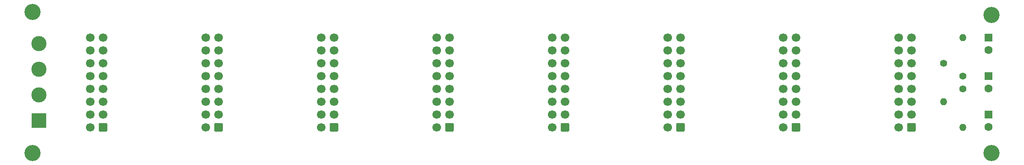
<source format=gbr>
%TF.GenerationSoftware,KiCad,Pcbnew,(5.1.10)-1*%
%TF.CreationDate,2021-11-14T10:27:28-05:00*%
%TF.ProjectId,Distribution Board,44697374-7269-4627-9574-696f6e20426f,rev?*%
%TF.SameCoordinates,Original*%
%TF.FileFunction,Soldermask,Top*%
%TF.FilePolarity,Negative*%
%FSLAX46Y46*%
G04 Gerber Fmt 4.6, Leading zero omitted, Abs format (unit mm)*
G04 Created by KiCad (PCBNEW (5.1.10)-1) date 2021-11-14 10:27:28*
%MOMM*%
%LPD*%
G01*
G04 APERTURE LIST*
%ADD10C,3.200000*%
%ADD11R,1.600000X1.600000*%
%ADD12C,1.600000*%
%ADD13C,3.000000*%
%ADD14R,3.000000X3.000000*%
%ADD15C,1.700000*%
%ADD16C,1.400000*%
%ADD17O,1.400000X1.400000*%
G04 APERTURE END LIST*
D10*
%TO.C,REF\u002A\u002A*%
X245745000Y-81280000D03*
%TD*%
%TO.C,REF\u002A\u002A*%
X245745000Y-53975000D03*
%TD*%
%TO.C,REF\u002A\u002A*%
X55880000Y-53340000D03*
%TD*%
%TO.C,REF\u002A\u002A*%
X55880000Y-81280000D03*
%TD*%
D11*
%TO.C,C1*%
X245110000Y-73660000D03*
D12*
X245110000Y-76160000D03*
%TD*%
D11*
%TO.C,C2*%
X245110000Y-66040000D03*
D12*
X245110000Y-68540000D03*
%TD*%
%TO.C,C3*%
X245110000Y-60920000D03*
D11*
X245110000Y-58420000D03*
%TD*%
D13*
%TO.C,J1*%
X57150000Y-69809360D03*
X57150000Y-64729360D03*
D14*
X57150000Y-74889360D03*
D13*
X57150000Y-59649360D03*
%TD*%
%TO.C,J2*%
G36*
G01*
X70700000Y-75600000D02*
X70700000Y-76800000D01*
G75*
G02*
X70450000Y-77050000I-250000J0D01*
G01*
X69250000Y-77050000D01*
G75*
G02*
X69000000Y-76800000I0J250000D01*
G01*
X69000000Y-75600000D01*
G75*
G02*
X69250000Y-75350000I250000J0D01*
G01*
X70450000Y-75350000D01*
G75*
G02*
X70700000Y-75600000I0J-250000D01*
G01*
G37*
D15*
X69850000Y-73660000D03*
X69850000Y-71120000D03*
X69850000Y-68580000D03*
X69850000Y-66040000D03*
X69850000Y-63500000D03*
X69850000Y-60960000D03*
X69850000Y-58420000D03*
X67310000Y-76200000D03*
X67310000Y-73660000D03*
X67310000Y-71120000D03*
X67310000Y-68580000D03*
X67310000Y-66040000D03*
X67310000Y-63500000D03*
X67310000Y-60960000D03*
X67310000Y-58420000D03*
%TD*%
%TO.C,J3*%
X227330000Y-58420000D03*
X227330000Y-60960000D03*
X227330000Y-63500000D03*
X227330000Y-66040000D03*
X227330000Y-68580000D03*
X227330000Y-71120000D03*
X227330000Y-73660000D03*
X227330000Y-76200000D03*
X229870000Y-58420000D03*
X229870000Y-60960000D03*
X229870000Y-63500000D03*
X229870000Y-66040000D03*
X229870000Y-68580000D03*
X229870000Y-71120000D03*
X229870000Y-73660000D03*
G36*
G01*
X230720000Y-75600000D02*
X230720000Y-76800000D01*
G75*
G02*
X230470000Y-77050000I-250000J0D01*
G01*
X229270000Y-77050000D01*
G75*
G02*
X229020000Y-76800000I0J250000D01*
G01*
X229020000Y-75600000D01*
G75*
G02*
X229270000Y-75350000I250000J0D01*
G01*
X230470000Y-75350000D01*
G75*
G02*
X230720000Y-75600000I0J-250000D01*
G01*
G37*
%TD*%
%TO.C,J4*%
G36*
G01*
X207860000Y-75600000D02*
X207860000Y-76800000D01*
G75*
G02*
X207610000Y-77050000I-250000J0D01*
G01*
X206410000Y-77050000D01*
G75*
G02*
X206160000Y-76800000I0J250000D01*
G01*
X206160000Y-75600000D01*
G75*
G02*
X206410000Y-75350000I250000J0D01*
G01*
X207610000Y-75350000D01*
G75*
G02*
X207860000Y-75600000I0J-250000D01*
G01*
G37*
X207010000Y-73660000D03*
X207010000Y-71120000D03*
X207010000Y-68580000D03*
X207010000Y-66040000D03*
X207010000Y-63500000D03*
X207010000Y-60960000D03*
X207010000Y-58420000D03*
X204470000Y-76200000D03*
X204470000Y-73660000D03*
X204470000Y-71120000D03*
X204470000Y-68580000D03*
X204470000Y-66040000D03*
X204470000Y-63500000D03*
X204470000Y-60960000D03*
X204470000Y-58420000D03*
%TD*%
%TO.C,J5*%
X181610000Y-58420000D03*
X181610000Y-60960000D03*
X181610000Y-63500000D03*
X181610000Y-66040000D03*
X181610000Y-68580000D03*
X181610000Y-71120000D03*
X181610000Y-73660000D03*
X181610000Y-76200000D03*
X184150000Y-58420000D03*
X184150000Y-60960000D03*
X184150000Y-63500000D03*
X184150000Y-66040000D03*
X184150000Y-68580000D03*
X184150000Y-71120000D03*
X184150000Y-73660000D03*
G36*
G01*
X185000000Y-75600000D02*
X185000000Y-76800000D01*
G75*
G02*
X184750000Y-77050000I-250000J0D01*
G01*
X183550000Y-77050000D01*
G75*
G02*
X183300000Y-76800000I0J250000D01*
G01*
X183300000Y-75600000D01*
G75*
G02*
X183550000Y-75350000I250000J0D01*
G01*
X184750000Y-75350000D01*
G75*
G02*
X185000000Y-75600000I0J-250000D01*
G01*
G37*
%TD*%
%TO.C,J6*%
G36*
G01*
X162140000Y-75600000D02*
X162140000Y-76800000D01*
G75*
G02*
X161890000Y-77050000I-250000J0D01*
G01*
X160690000Y-77050000D01*
G75*
G02*
X160440000Y-76800000I0J250000D01*
G01*
X160440000Y-75600000D01*
G75*
G02*
X160690000Y-75350000I250000J0D01*
G01*
X161890000Y-75350000D01*
G75*
G02*
X162140000Y-75600000I0J-250000D01*
G01*
G37*
X161290000Y-73660000D03*
X161290000Y-71120000D03*
X161290000Y-68580000D03*
X161290000Y-66040000D03*
X161290000Y-63500000D03*
X161290000Y-60960000D03*
X161290000Y-58420000D03*
X158750000Y-76200000D03*
X158750000Y-73660000D03*
X158750000Y-71120000D03*
X158750000Y-68580000D03*
X158750000Y-66040000D03*
X158750000Y-63500000D03*
X158750000Y-60960000D03*
X158750000Y-58420000D03*
%TD*%
%TO.C,J7*%
X135890000Y-58420000D03*
X135890000Y-60960000D03*
X135890000Y-63500000D03*
X135890000Y-66040000D03*
X135890000Y-68580000D03*
X135890000Y-71120000D03*
X135890000Y-73660000D03*
X135890000Y-76200000D03*
X138430000Y-58420000D03*
X138430000Y-60960000D03*
X138430000Y-63500000D03*
X138430000Y-66040000D03*
X138430000Y-68580000D03*
X138430000Y-71120000D03*
X138430000Y-73660000D03*
G36*
G01*
X139280000Y-75600000D02*
X139280000Y-76800000D01*
G75*
G02*
X139030000Y-77050000I-250000J0D01*
G01*
X137830000Y-77050000D01*
G75*
G02*
X137580000Y-76800000I0J250000D01*
G01*
X137580000Y-75600000D01*
G75*
G02*
X137830000Y-75350000I250000J0D01*
G01*
X139030000Y-75350000D01*
G75*
G02*
X139280000Y-75600000I0J-250000D01*
G01*
G37*
%TD*%
%TO.C,J8*%
G36*
G01*
X116420000Y-75600000D02*
X116420000Y-76800000D01*
G75*
G02*
X116170000Y-77050000I-250000J0D01*
G01*
X114970000Y-77050000D01*
G75*
G02*
X114720000Y-76800000I0J250000D01*
G01*
X114720000Y-75600000D01*
G75*
G02*
X114970000Y-75350000I250000J0D01*
G01*
X116170000Y-75350000D01*
G75*
G02*
X116420000Y-75600000I0J-250000D01*
G01*
G37*
X115570000Y-73660000D03*
X115570000Y-71120000D03*
X115570000Y-68580000D03*
X115570000Y-66040000D03*
X115570000Y-63500000D03*
X115570000Y-60960000D03*
X115570000Y-58420000D03*
X113030000Y-76200000D03*
X113030000Y-73660000D03*
X113030000Y-71120000D03*
X113030000Y-68580000D03*
X113030000Y-66040000D03*
X113030000Y-63500000D03*
X113030000Y-60960000D03*
X113030000Y-58420000D03*
%TD*%
%TO.C,J9*%
X90170000Y-58420000D03*
X90170000Y-60960000D03*
X90170000Y-63500000D03*
X90170000Y-66040000D03*
X90170000Y-68580000D03*
X90170000Y-71120000D03*
X90170000Y-73660000D03*
X90170000Y-76200000D03*
X92710000Y-58420000D03*
X92710000Y-60960000D03*
X92710000Y-63500000D03*
X92710000Y-66040000D03*
X92710000Y-68580000D03*
X92710000Y-71120000D03*
X92710000Y-73660000D03*
G36*
G01*
X93560000Y-75600000D02*
X93560000Y-76800000D01*
G75*
G02*
X93310000Y-77050000I-250000J0D01*
G01*
X92110000Y-77050000D01*
G75*
G02*
X91860000Y-76800000I0J250000D01*
G01*
X91860000Y-75600000D01*
G75*
G02*
X92110000Y-75350000I250000J0D01*
G01*
X93310000Y-75350000D01*
G75*
G02*
X93560000Y-75600000I0J-250000D01*
G01*
G37*
%TD*%
D16*
%TO.C,R1*%
X240030000Y-68580000D03*
D17*
X240030000Y-76200000D03*
%TD*%
D16*
%TO.C,R2*%
X240030000Y-66040000D03*
D17*
X240030000Y-58420000D03*
%TD*%
%TO.C,R3*%
X236220000Y-71120000D03*
D16*
X236220000Y-63500000D03*
%TD*%
M02*

</source>
